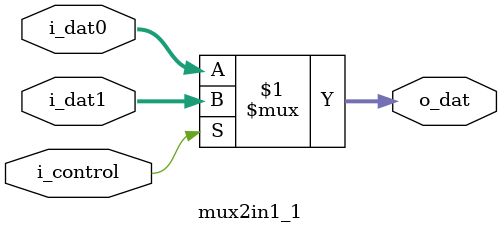
<source format=v>
module mux2in1_1(i_dat0, i_dat1, i_control, o_dat);

parameter WIDTH = 5;

input   [WIDTH-1:0]   i_dat0, i_dat1; 
input                 i_control;
output  [WIDTH-1:0]   o_dat;


assign o_dat = i_control ? i_dat1 : i_dat0;


endmodule

</source>
